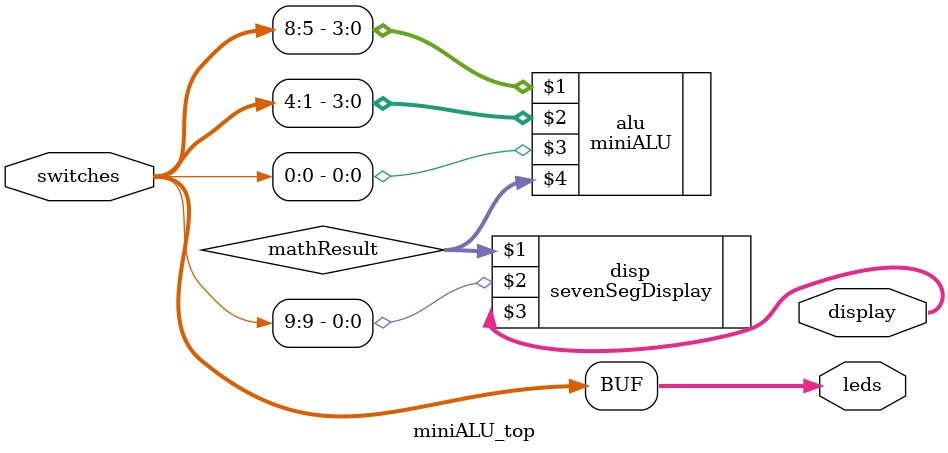
<source format=sv>
module miniALU_top(input [9:0] switches, output[9:0] leds, output [47:0] display);
	assign leds = switches;
	
	wire [19:0] mathResult;
	wire onOff;
	
	miniALU alu(switches[8:5], switches[4:1], switches[0], mathResult);
	
	sevenSegDisplay disp(mathResult, switches[9], display);
	
endmodule

     
</source>
